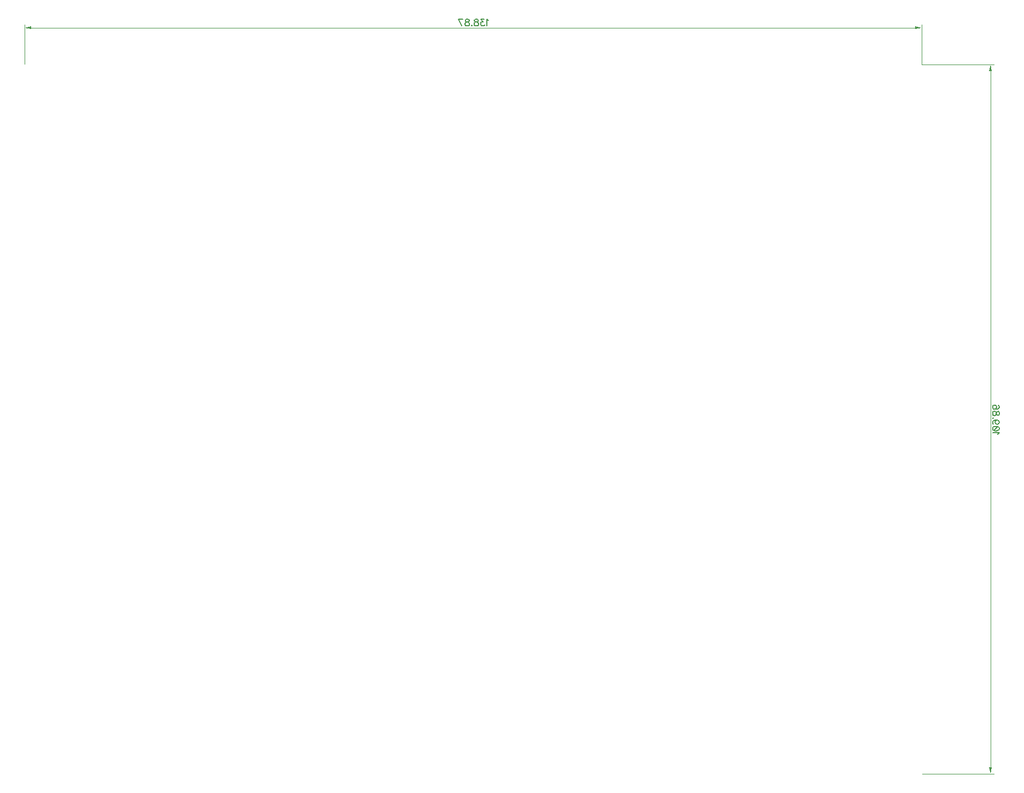
<source format=gbr>
G04 DipTrace 4.1.1.0*
G04 BottomDimension.gbr*
%MOMM*%
G04 #@! TF.FileFunction,Drawing,Bot*
G04 #@! TF.Part,Single*
%ADD13C,0.03*%
%ADD64C,0.15686*%
%FSLAX35Y35*%
G04*
G71*
G90*
G75*
G01*
G04 BotDimension*
%LPD*%
X1005000Y11996000D2*
D13*
Y12603000D1*
X14892000Y11986000D2*
Y12603000D1*
X7948500Y12553000D2*
X1105000D1*
G36*
X1005000D2*
X1105000Y12573000D1*
Y12533000D1*
X1005000Y12553000D1*
G37*
X7948500D2*
D13*
X14792000D1*
G36*
X14892000D2*
X14792000Y12533000D1*
Y12573000D1*
X14892000Y12553000D1*
G37*
X14900000Y1000000D2*
D13*
X16008000D1*
X14892000Y11986000D2*
X16008000D1*
X15958000Y6493000D2*
Y1100000D1*
G36*
Y1000000D2*
X15938000Y1100000D1*
X15978000D1*
X15958000Y1000000D1*
G37*
Y6493000D2*
D13*
Y11886000D1*
G36*
Y11986000D2*
X15978000Y11886000D1*
X15938000D1*
X15958000Y11986000D1*
G37*
X8187850Y12666561D2*
D64*
X8178079Y12671503D1*
X8163479Y12685991D1*
Y12584015D1*
X8122336Y12685991D2*
X8068990D1*
X8098077Y12647132D1*
X8083477D1*
X8073819Y12642303D1*
X8068990Y12637474D1*
X8064048Y12622874D1*
Y12613215D1*
X8068990Y12598615D1*
X8078648Y12588845D1*
X8093248Y12584015D1*
X8107848D1*
X8122336Y12588845D1*
X8127165Y12593786D1*
X8132107Y12603445D1*
X8008417Y12685991D2*
X8022905Y12681161D1*
X8027846Y12671503D1*
Y12661732D1*
X8022905Y12652074D1*
X8013246Y12647132D1*
X7993817Y12642303D1*
X7979217Y12637474D1*
X7969559Y12627703D1*
X7964729Y12618045D1*
Y12603445D1*
X7969559Y12593786D1*
X7974388Y12588845D1*
X7988988Y12584015D1*
X8008417D1*
X8022905Y12588845D1*
X8027846Y12593786D1*
X8032676Y12603445D1*
Y12618045D1*
X8027846Y12627703D1*
X8018076Y12637474D1*
X8003588Y12642303D1*
X7984159Y12647132D1*
X7974388Y12652074D1*
X7969559Y12661732D1*
Y12671503D1*
X7974388Y12681161D1*
X7988988Y12685991D1*
X8008417D1*
X7928528Y12593786D2*
X7933357Y12588845D1*
X7928528Y12584015D1*
X7923586Y12588845D1*
X7928528Y12593786D1*
X7867955Y12685991D2*
X7882443Y12681161D1*
X7887384Y12671503D1*
Y12661732D1*
X7882443Y12652074D1*
X7872784Y12647132D1*
X7853355Y12642303D1*
X7838755Y12637474D1*
X7829097Y12627703D1*
X7824267Y12618045D1*
Y12603445D1*
X7829097Y12593786D1*
X7833926Y12588845D1*
X7848526Y12584015D1*
X7867955D1*
X7882443Y12588845D1*
X7887384Y12593786D1*
X7892214Y12603445D1*
Y12618045D1*
X7887384Y12627703D1*
X7877614Y12637474D1*
X7863126Y12642303D1*
X7843697Y12647132D1*
X7833926Y12652074D1*
X7829097Y12661732D1*
Y12671503D1*
X7833926Y12681161D1*
X7848526Y12685991D1*
X7867955D1*
X7773466Y12584015D2*
X7724836Y12685991D1*
X7792895D1*
X16071561Y6258479D2*
X16076503Y6268250D1*
X16090991Y6282850D1*
X15989015D1*
X16090991Y6343423D2*
X16086161Y6328823D1*
X16071561Y6319052D1*
X16047303Y6314223D1*
X16032703D1*
X16008445Y6319052D1*
X15993845Y6328823D1*
X15989015Y6343423D1*
Y6353081D1*
X15993845Y6367681D1*
X16008445Y6377340D1*
X16032703Y6382281D1*
X16047303D1*
X16071561Y6377340D1*
X16086161Y6367681D1*
X16090991Y6353081D1*
Y6343423D1*
X16071561Y6377340D2*
X16008445Y6319052D1*
X16057074Y6476883D2*
X16042474Y6471941D1*
X16032703Y6462283D1*
X16027874Y6447683D1*
Y6442854D1*
X16032703Y6428254D1*
X16042474Y6418595D1*
X16057074Y6413654D1*
X16061903D1*
X16076503Y6418595D1*
X16086161Y6428254D1*
X16090991Y6442854D1*
Y6447683D1*
X16086161Y6462283D1*
X16076503Y6471941D1*
X16057074Y6476883D1*
X16032703D1*
X16008445Y6471941D1*
X15993845Y6462283D1*
X15989015Y6447683D1*
Y6438024D1*
X15993845Y6423424D1*
X16003615Y6418595D1*
X15998786Y6513085D2*
X15993845Y6508255D1*
X15989015Y6513085D1*
X15993845Y6518026D1*
X15998786Y6513085D1*
X16090991Y6573657D2*
X16086161Y6559170D1*
X16076503Y6554228D1*
X16066732D1*
X16057074Y6559170D1*
X16052132Y6568828D1*
X16047303Y6588257D1*
X16042474Y6602857D1*
X16032703Y6612516D1*
X16023045Y6617345D1*
X16008445D1*
X15998786Y6612516D1*
X15993845Y6607686D1*
X15989015Y6593086D1*
Y6573657D1*
X15993845Y6559170D1*
X15998786Y6554228D1*
X16008445Y6549399D1*
X16023045D1*
X16032703Y6554228D1*
X16042474Y6563999D1*
X16047303Y6578486D1*
X16052132Y6597916D1*
X16057074Y6607686D1*
X16066732Y6612516D1*
X16076503D1*
X16086161Y6607686D1*
X16090991Y6593086D1*
Y6573657D1*
X16076503Y6707005D2*
X16086161Y6702176D1*
X16090991Y6687576D1*
Y6677917D1*
X16086161Y6663317D1*
X16071561Y6653547D1*
X16047303Y6648717D1*
X16023045D1*
X16003615Y6653547D1*
X15993845Y6663317D1*
X15989015Y6677917D1*
Y6682747D1*
X15993845Y6697234D1*
X16003615Y6707005D1*
X16018215Y6711834D1*
X16023045D1*
X16037645Y6707005D1*
X16047303Y6697234D1*
X16052132Y6682747D1*
Y6677917D1*
X16047303Y6663317D1*
X16037645Y6653547D1*
X16023045Y6648717D1*
M02*

</source>
